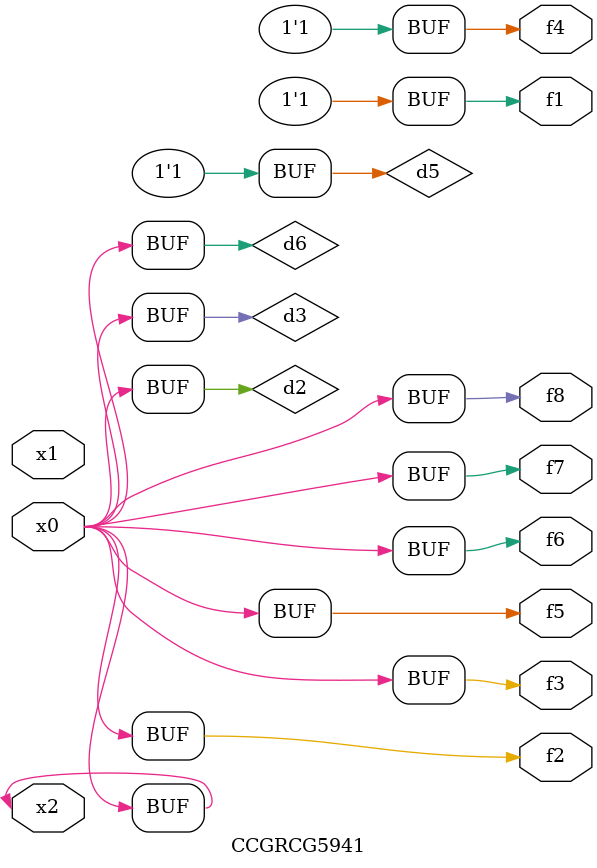
<source format=v>
module CCGRCG5941(
	input x0, x1, x2,
	output f1, f2, f3, f4, f5, f6, f7, f8
);

	wire d1, d2, d3, d4, d5, d6;

	xnor (d1, x2);
	buf (d2, x0, x2);
	and (d3, x0);
	xnor (d4, x1, x2);
	nand (d5, d1, d3);
	buf (d6, d2, d3);
	assign f1 = d5;
	assign f2 = d6;
	assign f3 = d6;
	assign f4 = d5;
	assign f5 = d6;
	assign f6 = d6;
	assign f7 = d6;
	assign f8 = d6;
endmodule

</source>
